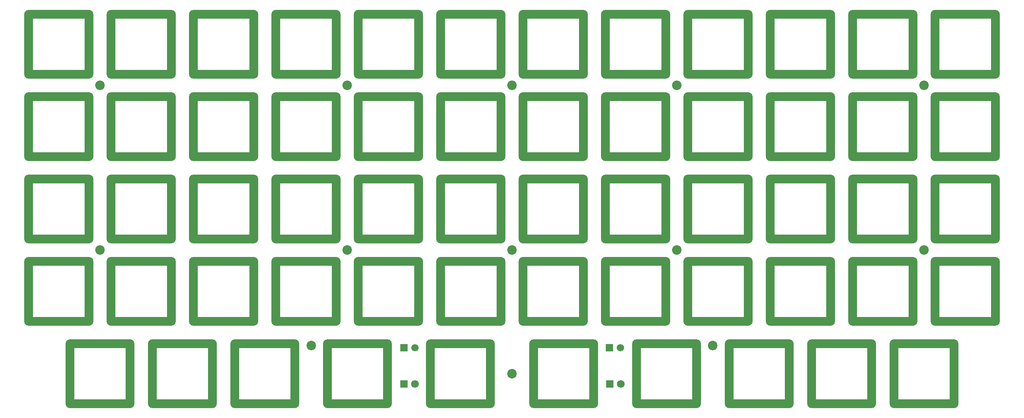
<source format=gbr>
%TF.GenerationSoftware,KiCad,Pcbnew,9.0.1*%
%TF.CreationDate,2025-05-11T16:27:20+09:00*%
%TF.ProjectId,Switch_plate,53776974-6368-45f7-906c-6174652e6b69,rev?*%
%TF.SameCoordinates,Original*%
%TF.FileFunction,Soldermask,Bot*%
%TF.FilePolarity,Negative*%
%FSLAX46Y46*%
G04 Gerber Fmt 4.6, Leading zero omitted, Abs format (unit mm)*
G04 Created by KiCad (PCBNEW 9.0.1) date 2025-05-11 16:27:20*
%MOMM*%
%LPD*%
G01*
G04 APERTURE LIST*
%ADD10O,2.000000X15.900000*%
%ADD11O,15.900000X2.000000*%
%ADD12C,2.200000*%
%ADD13R,1.700000X1.700000*%
%ADD14C,1.700000*%
%ADD15R,1.800000X1.800000*%
%ADD16C,1.800000*%
G04 APERTURE END LIST*
D10*
%TO.C,SW51*%
X221650000Y-90487500D03*
D11*
X228600000Y-83537500D03*
X228600000Y-97437500D03*
D10*
X235550000Y-90487500D03*
%TD*%
%TO.C,SW56*%
X240700000Y-90487500D03*
D11*
X247650000Y-83537500D03*
X247650000Y-97437500D03*
D10*
X254600000Y-90487500D03*
%TD*%
%TO.C,SW35*%
X164500000Y-71437500D03*
D11*
X171450000Y-64487500D03*
X171450000Y-78387500D03*
D10*
X178400000Y-71437500D03*
%TD*%
D12*
%TO.C,Ref\u002A\u002A*%
X142875000Y-119062500D03*
%TD*%
D10*
%TO.C,SW33*%
X145450000Y-128587500D03*
D11*
X152400000Y-121637500D03*
X152400000Y-135537500D03*
D10*
X159350000Y-128587500D03*
%TD*%
%TO.C,SW48*%
X202600000Y-128587500D03*
D11*
X209550000Y-121637500D03*
X209550000Y-135537500D03*
D10*
X216500000Y-128587500D03*
%TD*%
D12*
%TO.C,Ref\u002A\u002A*%
X47625000Y-119062500D03*
%TD*%
D10*
%TO.C,SW23*%
X107350000Y-128587500D03*
D11*
X114300000Y-121637500D03*
X114300000Y-135537500D03*
D10*
X121250000Y-128587500D03*
%TD*%
%TO.C,SW32*%
X145450000Y-109537500D03*
D11*
X152400000Y-102587500D03*
X152400000Y-116487500D03*
D10*
X159350000Y-109537500D03*
%TD*%
%TO.C,SW49*%
X212125000Y-147637500D03*
D11*
X219075000Y-140687500D03*
X219075000Y-154587500D03*
D10*
X226025000Y-147637500D03*
%TD*%
%TO.C,SW40*%
X183550000Y-71437500D03*
D11*
X190500000Y-64487500D03*
X190500000Y-78387500D03*
D10*
X197450000Y-71437500D03*
%TD*%
%TO.C,SW47*%
X202600000Y-109537500D03*
D11*
X209550000Y-102587500D03*
X209550000Y-116487500D03*
D10*
X216500000Y-109537500D03*
%TD*%
%TO.C,SW18*%
X88300000Y-128587500D03*
D11*
X95250000Y-121637500D03*
X95250000Y-135537500D03*
D10*
X102200000Y-128587500D03*
%TD*%
%TO.C,SW53*%
X221650000Y-128587500D03*
D11*
X228600000Y-121637500D03*
X228600000Y-135537500D03*
D10*
X235550000Y-128587500D03*
%TD*%
%TO.C,SW19*%
X78775000Y-147637500D03*
D11*
X85725000Y-140687500D03*
X85725000Y-154587500D03*
D10*
X92675000Y-147637500D03*
%TD*%
%TO.C,SW7*%
X50200000Y-109537500D03*
D11*
X57150000Y-102587500D03*
X57150000Y-116487500D03*
D10*
X64100000Y-109537500D03*
%TD*%
%TO.C,SW9*%
X40675000Y-147637500D03*
D11*
X47625000Y-140687500D03*
X47625000Y-154587500D03*
D10*
X54575000Y-147637500D03*
%TD*%
%TO.C,SW14*%
X59725000Y-147637500D03*
D11*
X66675000Y-140687500D03*
X66675000Y-154587500D03*
D10*
X73625000Y-147637500D03*
%TD*%
%TO.C,SW42*%
X183550000Y-109537500D03*
D11*
X190500000Y-102587500D03*
X190500000Y-116487500D03*
D10*
X197450000Y-109537500D03*
%TD*%
%TO.C,SW52*%
X221650000Y-109537500D03*
D11*
X228600000Y-102587500D03*
X228600000Y-116487500D03*
D10*
X235550000Y-109537500D03*
%TD*%
%TO.C,SW44*%
X193075000Y-147637500D03*
D11*
X200025000Y-140687500D03*
X200025000Y-154587500D03*
D10*
X206975000Y-147637500D03*
%TD*%
%TO.C,SW21*%
X107350000Y-90487500D03*
D11*
X114300000Y-83537500D03*
X114300000Y-97437500D03*
D10*
X121250000Y-90487500D03*
%TD*%
%TO.C,SW24*%
X100206300Y-147637500D03*
D11*
X107156300Y-140687500D03*
X107156300Y-154587500D03*
D10*
X114106300Y-147637500D03*
%TD*%
%TO.C,SW12*%
X69250000Y-109537500D03*
D11*
X76200000Y-102587500D03*
X76200000Y-116487500D03*
D10*
X83150000Y-109537500D03*
%TD*%
%TO.C,SW10*%
X69250000Y-71437500D03*
D11*
X76200000Y-64487500D03*
X76200000Y-78387500D03*
D10*
X83150000Y-71437500D03*
%TD*%
%TO.C,SW37*%
X164500000Y-109537500D03*
D11*
X171450000Y-102587500D03*
X171450000Y-116487500D03*
D10*
X178400000Y-109537500D03*
%TD*%
%TO.C,SW25*%
X126400000Y-71437500D03*
D11*
X133350000Y-64487500D03*
X133350000Y-78387500D03*
D10*
X140300000Y-71437500D03*
%TD*%
%TO.C,SW38*%
X164500000Y-128587500D03*
D11*
X171450000Y-121637500D03*
X171450000Y-135537500D03*
D10*
X178400000Y-128587500D03*
%TD*%
%TO.C,SW11*%
X69250000Y-90487500D03*
D11*
X76200000Y-83537500D03*
X76200000Y-97437500D03*
D10*
X83150000Y-90487500D03*
%TD*%
%TO.C,SW58*%
X240700000Y-128587500D03*
D11*
X247650000Y-121637500D03*
X247650000Y-135537500D03*
D10*
X254600000Y-128587500D03*
%TD*%
D13*
%TO.C,P1*%
X117871974Y-141659494D03*
D14*
X120411974Y-141659494D03*
%TD*%
D10*
%TO.C,SW55*%
X240700000Y-71437500D03*
D11*
X247650000Y-64487500D03*
X247650000Y-78387500D03*
D10*
X254600000Y-71437500D03*
%TD*%
D12*
%TO.C,Ref\u002A\u002A*%
X96440706Y-141089181D03*
%TD*%
D13*
%TO.C,P1*%
X165437640Y-141659494D03*
D14*
X167977640Y-141659494D03*
%TD*%
D10*
%TO.C,SW39*%
X171643800Y-147637500D03*
D11*
X178593800Y-140687500D03*
X178593800Y-154587500D03*
D10*
X185543800Y-147637500D03*
%TD*%
D15*
%TO.C,L1*%
X117871974Y-150018876D03*
D16*
X120411974Y-150018876D03*
%TD*%
D12*
%TO.C,Ref\u002A\u002A*%
X142875000Y-147637500D03*
%TD*%
D10*
%TO.C,SW13*%
X69250000Y-128587500D03*
D11*
X76200000Y-121637500D03*
X76200000Y-135537500D03*
D10*
X83150000Y-128587500D03*
%TD*%
%TO.C,SW29*%
X124018800Y-147637500D03*
D11*
X130968800Y-140687500D03*
X130968800Y-154587500D03*
D10*
X137918800Y-147637500D03*
%TD*%
%TO.C,SW54*%
X231175000Y-147637500D03*
D11*
X238125000Y-140687500D03*
X238125000Y-154587500D03*
D10*
X245075000Y-147637500D03*
%TD*%
%TO.C,SW57*%
X240700000Y-109537500D03*
D11*
X247650000Y-102587500D03*
X247650000Y-116487500D03*
D10*
X254600000Y-109537500D03*
%TD*%
%TO.C,SW22*%
X107350000Y-109537500D03*
D11*
X114300000Y-102587500D03*
X114300000Y-116487500D03*
D10*
X121250000Y-109537500D03*
%TD*%
D12*
%TO.C,Ref\u002A\u002A*%
X104775000Y-119062500D03*
%TD*%
%TO.C,Ref\u002A\u002A*%
X238125000Y-119062500D03*
%TD*%
D10*
%TO.C,SW46*%
X202600000Y-90487500D03*
D11*
X209550000Y-83537500D03*
X209550000Y-97437500D03*
D10*
X216500000Y-90487500D03*
%TD*%
%TO.C,SW5*%
X50200000Y-71437500D03*
D11*
X57150000Y-64487500D03*
X57150000Y-78387500D03*
D10*
X64100000Y-71437500D03*
%TD*%
%TO.C,SW31*%
X145450000Y-90487500D03*
D11*
X152400000Y-83537500D03*
X152400000Y-97437500D03*
D10*
X159350000Y-90487500D03*
%TD*%
%TO.C,SW17*%
X88300000Y-109537500D03*
D11*
X95250000Y-102587500D03*
X95250000Y-116487500D03*
D10*
X102200000Y-109537500D03*
%TD*%
%TO.C,SW2*%
X31150000Y-90487500D03*
D11*
X38100000Y-83537500D03*
X38100000Y-97437500D03*
D10*
X45050000Y-90487500D03*
%TD*%
%TO.C,SW16*%
X88300000Y-90487500D03*
D11*
X95250000Y-83537500D03*
X95250000Y-97437500D03*
D10*
X102200000Y-90487500D03*
%TD*%
%TO.C,SW3*%
X31150000Y-109537500D03*
D11*
X38100000Y-102587500D03*
X38100000Y-116487500D03*
D10*
X45050000Y-109537500D03*
%TD*%
D12*
%TO.C,Ref\u002A\u002A*%
X104775000Y-80962500D03*
%TD*%
D10*
%TO.C,SW36*%
X164500000Y-90487500D03*
D11*
X171450000Y-83537500D03*
X171450000Y-97437500D03*
D10*
X178400000Y-90487500D03*
%TD*%
%TO.C,SW1*%
X31150000Y-71437500D03*
D11*
X38100000Y-64487500D03*
X38100000Y-78387500D03*
D10*
X45050000Y-71437500D03*
%TD*%
D12*
%TO.C,Ref\u002A\u002A*%
X180975000Y-80962500D03*
%TD*%
D10*
%TO.C,SW26*%
X126400000Y-90487500D03*
D11*
X133350000Y-83537500D03*
X133350000Y-97437500D03*
D10*
X140300000Y-90487500D03*
%TD*%
%TO.C,SW28*%
X126400000Y-128587500D03*
D11*
X133350000Y-121637500D03*
X133350000Y-135537500D03*
D10*
X140300000Y-128587500D03*
%TD*%
%TO.C,SW15*%
X88300000Y-71437500D03*
D11*
X95250000Y-64487500D03*
X95250000Y-78387500D03*
D10*
X102200000Y-71437500D03*
%TD*%
%TO.C,SW45*%
X202600000Y-71437500D03*
D11*
X209550000Y-64487500D03*
X209550000Y-78387500D03*
D10*
X216500000Y-71437500D03*
%TD*%
%TO.C,SW30*%
X145450000Y-71437500D03*
D11*
X152400000Y-64487500D03*
X152400000Y-78387500D03*
D10*
X159350000Y-71437500D03*
%TD*%
D12*
%TO.C,Ref\u002A\u002A*%
X180975000Y-119062500D03*
%TD*%
D10*
%TO.C,SW50*%
X221650000Y-71437500D03*
D11*
X228600000Y-64487500D03*
X228600000Y-78387500D03*
D10*
X235550000Y-71437500D03*
%TD*%
%TO.C,SW41*%
X183550000Y-90487500D03*
D11*
X190500000Y-83537500D03*
X190500000Y-97437500D03*
D10*
X197450000Y-90487500D03*
%TD*%
%TO.C,SW8*%
X50200000Y-128587500D03*
D11*
X57150000Y-121637500D03*
X57150000Y-135537500D03*
D10*
X64100000Y-128587500D03*
%TD*%
%TO.C,SW20*%
X107350000Y-71437500D03*
D11*
X114300000Y-64487500D03*
X114300000Y-78387500D03*
D10*
X121250000Y-71437500D03*
%TD*%
D12*
%TO.C,Ref\u002A\u002A*%
X142875000Y-80962500D03*
%TD*%
D10*
%TO.C,SW34*%
X147831300Y-147637500D03*
D11*
X154781300Y-140687500D03*
X154781300Y-154587500D03*
D10*
X161731300Y-147637500D03*
%TD*%
%TO.C,SW43*%
X183550000Y-128587500D03*
D11*
X190500000Y-121637500D03*
X190500000Y-135537500D03*
D10*
X197450000Y-128587500D03*
%TD*%
%TO.C,SW6*%
X50200000Y-90487500D03*
D11*
X57150000Y-83537500D03*
X57150000Y-97437500D03*
D10*
X64100000Y-90487500D03*
%TD*%
D12*
%TO.C,Ref\u002A\u002A*%
X238125000Y-80962500D03*
%TD*%
%TO.C,Ref\u002A\u002A*%
X47625000Y-80962500D03*
%TD*%
%TO.C,Ref\u002A\u002A*%
X189309534Y-141089181D03*
%TD*%
D10*
%TO.C,SW4*%
X31150000Y-128587500D03*
D11*
X38100000Y-121637500D03*
X38100000Y-135537500D03*
D10*
X45050000Y-128587500D03*
%TD*%
D15*
%TO.C,L2*%
X165497014Y-150018876D03*
D16*
X168037014Y-150018876D03*
%TD*%
D10*
%TO.C,SW27*%
X126400000Y-109537500D03*
D11*
X133350000Y-102587500D03*
X133350000Y-116487500D03*
D10*
X140300000Y-109537500D03*
%TD*%
M02*

</source>
